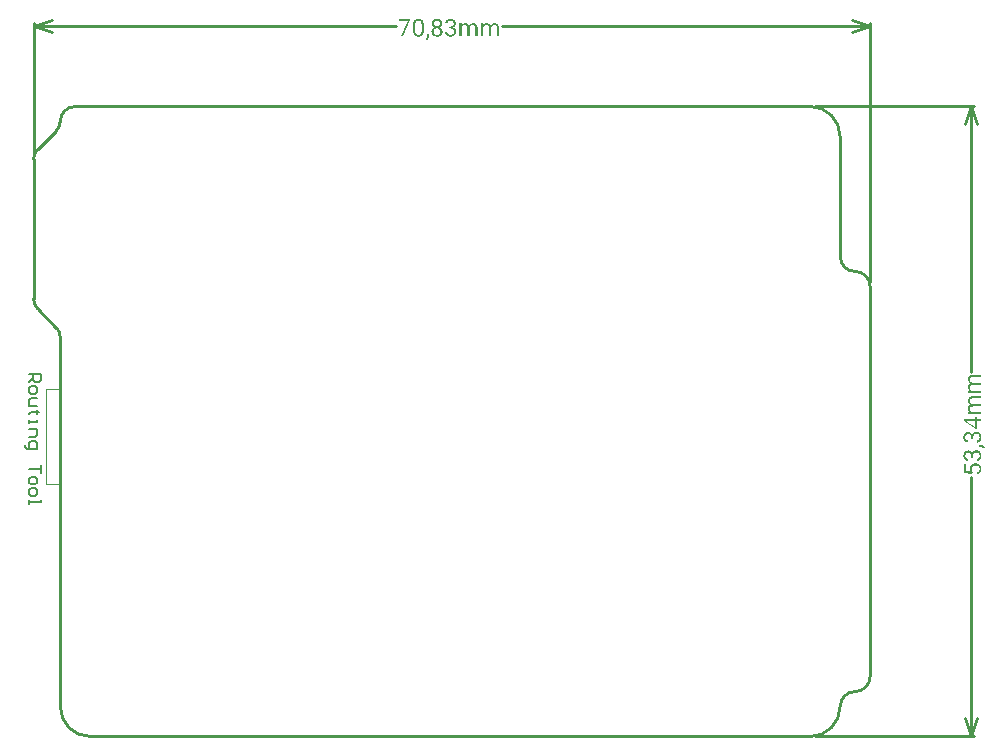
<source format=gm1>
G04 Layer_Color=16711935*
%FSLAX44Y44*%
%MOMM*%
G71*
G01*
G75*
%ADD56C,0.2000*%
%ADD81C,0.2540*%
%ADD85C,0.1000*%
G36*
X779740Y286189D02*
X772312D01*
X772104Y286166D01*
X771826Y286119D01*
X771548Y286050D01*
X771247Y285957D01*
X770970Y285819D01*
X770738Y285633D01*
X770715Y285610D01*
X770646Y285541D01*
X770553Y285402D01*
X770438Y285217D01*
X770322Y284962D01*
X770229Y284662D01*
X770160Y284291D01*
X770137Y283852D01*
Y283805D01*
Y283666D01*
X770160Y283481D01*
X770206Y283227D01*
X770299Y282949D01*
X770415Y282672D01*
X770576Y282371D01*
X770785Y282093D01*
X770808Y282070D01*
X770900Y281977D01*
X771039Y281862D01*
X771224Y281746D01*
X771456Y281607D01*
X771757Y281468D01*
X772081Y281376D01*
X772451Y281306D01*
X779740D01*
Y279409D01*
X772428D01*
X772312Y279386D01*
X772173Y279363D01*
X771988Y279339D01*
X771780Y279293D01*
X771571Y279201D01*
X771340Y279108D01*
X771109Y278992D01*
X770900Y278830D01*
X770692Y278645D01*
X770507Y278414D01*
X770368Y278136D01*
X770229Y277835D01*
X770160Y277465D01*
X770137Y277049D01*
Y277026D01*
Y276979D01*
Y276863D01*
X770160Y276748D01*
X770183Y276609D01*
X770229Y276424D01*
X770345Y276031D01*
X770415Y275822D01*
X770530Y275614D01*
X770646Y275406D01*
X770808Y275198D01*
X770993Y275012D01*
X771201Y274827D01*
X771456Y274665D01*
X771733Y274527D01*
X779740D01*
Y272652D01*
X768748D01*
Y274434D01*
X769975Y274480D01*
X769952Y274503D01*
X769905Y274527D01*
X769836Y274596D01*
X769743Y274712D01*
X769651Y274827D01*
X769512Y274966D01*
X769396Y275151D01*
X769258Y275336D01*
X769119Y275568D01*
X769003Y275799D01*
X768772Y276355D01*
X768679Y276678D01*
X768610Y277002D01*
X768563Y277373D01*
X768540Y277743D01*
Y277766D01*
Y277835D01*
Y277951D01*
X768563Y278113D01*
X768586Y278298D01*
X768633Y278530D01*
X768772Y279016D01*
X768864Y279270D01*
X768980Y279525D01*
X769119Y279802D01*
X769281Y280057D01*
X769489Y280288D01*
X769743Y280520D01*
X769998Y280728D01*
X770322Y280890D01*
X770276Y280913D01*
X770183Y280982D01*
X770044Y281098D01*
X769859Y281260D01*
X769674Y281468D01*
X769443Y281700D01*
X769234Y282001D01*
X769049Y282301D01*
X769026Y282348D01*
X768980Y282463D01*
X768887Y282648D01*
X768795Y282903D01*
X768702Y283204D01*
X768610Y283551D01*
X768563Y283944D01*
X768540Y284384D01*
Y284430D01*
Y284546D01*
X768563Y284731D01*
X768610Y284962D01*
X768656Y285240D01*
X768748Y285541D01*
X768864Y285865D01*
X769026Y286212D01*
X769234Y286559D01*
X769466Y286883D01*
X769790Y287184D01*
X770160Y287461D01*
X770600Y287716D01*
X771109Y287901D01*
X771710Y288017D01*
X772381Y288063D01*
X779740D01*
Y286189D01*
D02*
G37*
G36*
X776292Y268718D02*
X779740D01*
Y266821D01*
X776292D01*
Y260088D01*
X775204D01*
X764930Y266705D01*
Y268718D01*
X774765D01*
Y270778D01*
X776292D01*
Y268718D01*
D02*
G37*
G36*
X312241Y593501D02*
Y593455D01*
Y593316D01*
X312218Y593131D01*
X312172Y592876D01*
X312126Y592552D01*
X312033Y592205D01*
X311894Y591835D01*
X311732Y591465D01*
X311709Y591418D01*
X311640Y591303D01*
X311524Y591094D01*
X311385Y590863D01*
X311200Y590608D01*
X310992Y590331D01*
X310737Y590053D01*
X310460Y589799D01*
X309395Y590539D01*
X309418Y590562D01*
X309441Y590608D01*
X309488Y590678D01*
X309557Y590770D01*
X309627Y590886D01*
X309696Y591048D01*
X309881Y591395D01*
X310066Y591788D01*
X310228Y592251D01*
X310344Y592760D01*
X310390Y593269D01*
Y594982D01*
X312241D01*
Y593501D01*
D02*
G37*
G36*
X779740Y304446D02*
X772312D01*
X772104Y304423D01*
X771826Y304376D01*
X771548Y304307D01*
X771247Y304214D01*
X770970Y304076D01*
X770738Y303890D01*
X770715Y303867D01*
X770646Y303798D01*
X770553Y303659D01*
X770438Y303474D01*
X770322Y303219D01*
X770229Y302918D01*
X770160Y302548D01*
X770137Y302109D01*
Y302062D01*
Y301924D01*
X770160Y301738D01*
X770206Y301484D01*
X770299Y301206D01*
X770415Y300928D01*
X770576Y300628D01*
X770785Y300350D01*
X770808Y300327D01*
X770900Y300234D01*
X771039Y300119D01*
X771224Y300003D01*
X771456Y299864D01*
X771757Y299725D01*
X772081Y299633D01*
X772451Y299563D01*
X779740D01*
Y297666D01*
X772428D01*
X772312Y297643D01*
X772173Y297620D01*
X771988Y297596D01*
X771780Y297550D01*
X771571Y297458D01*
X771340Y297365D01*
X771109Y297249D01*
X770900Y297087D01*
X770692Y296902D01*
X770507Y296671D01*
X770368Y296393D01*
X770229Y296092D01*
X770160Y295722D01*
X770137Y295306D01*
Y295282D01*
Y295236D01*
Y295121D01*
X770160Y295005D01*
X770183Y294866D01*
X770229Y294681D01*
X770345Y294287D01*
X770415Y294079D01*
X770530Y293871D01*
X770646Y293663D01*
X770808Y293454D01*
X770993Y293269D01*
X771201Y293084D01*
X771456Y292922D01*
X771733Y292783D01*
X779740D01*
Y290909D01*
X768748D01*
Y292691D01*
X769975Y292737D01*
X769952Y292760D01*
X769905Y292783D01*
X769836Y292853D01*
X769743Y292969D01*
X769651Y293084D01*
X769512Y293223D01*
X769396Y293408D01*
X769258Y293593D01*
X769119Y293825D01*
X769003Y294056D01*
X768772Y294611D01*
X768679Y294935D01*
X768610Y295259D01*
X768563Y295630D01*
X768540Y296000D01*
Y296023D01*
Y296092D01*
Y296208D01*
X768563Y296370D01*
X768586Y296555D01*
X768633Y296787D01*
X768772Y297272D01*
X768864Y297527D01*
X768980Y297782D01*
X769119Y298059D01*
X769281Y298314D01*
X769489Y298545D01*
X769743Y298776D01*
X769998Y298985D01*
X770322Y299147D01*
X770276Y299170D01*
X770183Y299239D01*
X770044Y299355D01*
X769859Y299517D01*
X769674Y299725D01*
X769443Y299957D01*
X769234Y300257D01*
X769049Y300558D01*
X769026Y300605D01*
X768980Y300720D01*
X768887Y300905D01*
X768795Y301160D01*
X768702Y301461D01*
X768610Y301808D01*
X768563Y302201D01*
X768540Y302641D01*
Y302687D01*
Y302803D01*
X768563Y302988D01*
X768610Y303219D01*
X768656Y303497D01*
X768748Y303798D01*
X768864Y304122D01*
X769026Y304469D01*
X769234Y304816D01*
X769466Y305140D01*
X769790Y305441D01*
X770160Y305718D01*
X770600Y305973D01*
X771109Y306158D01*
X771710Y306274D01*
X772381Y306320D01*
X779740D01*
Y304446D01*
D02*
G37*
G36*
X775945Y242386D02*
X776107Y242363D01*
X776315Y242339D01*
X776755Y242247D01*
X777264Y242085D01*
X777796Y241854D01*
X778051Y241715D01*
X778305Y241553D01*
X778559Y241345D01*
X778791Y241113D01*
X778814Y241090D01*
X778837Y241044D01*
X778907Y240974D01*
X778976Y240882D01*
X779069Y240743D01*
X779161Y240604D01*
X779254Y240419D01*
X779369Y240211D01*
X779485Y239979D01*
X779578Y239725D01*
X779763Y239146D01*
X779902Y238475D01*
X779925Y238128D01*
X779948Y237735D01*
Y237712D01*
Y237642D01*
Y237527D01*
X779925Y237388D01*
Y237203D01*
X779878Y237017D01*
X779855Y236786D01*
X779809Y236532D01*
X779670Y235999D01*
X779485Y235421D01*
X779207Y234865D01*
X779022Y234588D01*
X778837Y234333D01*
X778814Y234310D01*
X778791Y234287D01*
X778721Y234218D01*
X778629Y234125D01*
X778513Y234032D01*
X778374Y233917D01*
X778027Y233685D01*
X777611Y233454D01*
X777102Y233246D01*
X776500Y233084D01*
X776199Y233061D01*
X775852Y233037D01*
Y234935D01*
X775899D01*
X776037Y234958D01*
X776269Y234981D01*
X776523Y235028D01*
X776824Y235120D01*
X777148Y235259D01*
X777449Y235421D01*
X777727Y235675D01*
X777750Y235722D01*
X777842Y235814D01*
X777935Y235976D01*
X778074Y236231D01*
X778189Y236508D01*
X778305Y236879D01*
X778398Y237272D01*
X778421Y237735D01*
Y237758D01*
Y237804D01*
Y237874D01*
X778398Y237966D01*
X778374Y238198D01*
X778328Y238498D01*
X778259Y238846D01*
X778120Y239193D01*
X777958Y239517D01*
X777727Y239817D01*
X777703Y239841D01*
X777588Y239933D01*
X777426Y240049D01*
X777194Y240188D01*
X776917Y240303D01*
X776546Y240419D01*
X776130Y240511D01*
X775667Y240535D01*
X775459D01*
X775228Y240488D01*
X774927Y240442D01*
X774603Y240350D01*
X774279Y240211D01*
X773955Y240002D01*
X773677Y239748D01*
X773654Y239702D01*
X773561Y239609D01*
X773446Y239424D01*
X773307Y239169D01*
X773191Y238846D01*
X773052Y238452D01*
X772983Y237989D01*
X772937Y237457D01*
Y236046D01*
X771410D01*
Y237457D01*
Y237480D01*
Y237527D01*
Y237596D01*
Y237689D01*
X771363Y237920D01*
X771317Y238221D01*
X771247Y238545D01*
X771132Y238892D01*
X770970Y239239D01*
X770738Y239540D01*
X770715Y239563D01*
X770600Y239655D01*
X770461Y239771D01*
X770253Y239933D01*
X769975Y240072D01*
X769674Y240188D01*
X769304Y240280D01*
X768887Y240303D01*
X768772D01*
X768656Y240280D01*
X768471Y240257D01*
X768286Y240234D01*
X768054Y240164D01*
X767823Y240095D01*
X767568Y239979D01*
X767337Y239841D01*
X767105Y239678D01*
X766874Y239470D01*
X766689Y239216D01*
X766504Y238915D01*
X766388Y238568D01*
X766296Y238174D01*
X766273Y237712D01*
Y237689D01*
Y237665D01*
Y237596D01*
Y237503D01*
X766319Y237295D01*
X766365Y237017D01*
X766458Y236717D01*
X766573Y236393D01*
X766758Y236069D01*
X766990Y235768D01*
X767013Y235745D01*
X767105Y235652D01*
X767268Y235537D01*
X767476Y235421D01*
X767730Y235282D01*
X768054Y235166D01*
X768425Y235074D01*
X768818Y235051D01*
Y233176D01*
X768656D01*
X768517Y233200D01*
X768378Y233223D01*
X768193Y233246D01*
X767800Y233338D01*
X767337Y233477D01*
X766851Y233708D01*
X766597Y233871D01*
X766365Y234032D01*
X766134Y234218D01*
X765902Y234449D01*
X765879Y234472D01*
X765856Y234518D01*
X765787Y234588D01*
X765717Y234680D01*
X765625Y234819D01*
X765532Y234958D01*
X765416Y235143D01*
X765301Y235351D01*
X765092Y235814D01*
X764907Y236370D01*
X764768Y237017D01*
X764745Y237341D01*
X764722Y237712D01*
Y237735D01*
Y237804D01*
Y237920D01*
X764745Y238059D01*
Y238244D01*
X764768Y238452D01*
X764861Y238915D01*
X765000Y239447D01*
X765185Y239979D01*
X765463Y240511D01*
X765648Y240766D01*
X765833Y240998D01*
X765856Y241021D01*
X765879Y241044D01*
X765949Y241113D01*
X766041Y241183D01*
X766157Y241275D01*
X766296Y241368D01*
X766458Y241483D01*
X766643Y241599D01*
X767082Y241831D01*
X767591Y242016D01*
X768216Y242154D01*
X768540Y242178D01*
X768910Y242201D01*
X769072D01*
X769258Y242178D01*
X769512Y242131D01*
X769790Y242039D01*
X770114Y241946D01*
X770438Y241784D01*
X770785Y241576D01*
X770831Y241553D01*
X770923Y241460D01*
X771086Y241321D01*
X771294Y241136D01*
X771525Y240882D01*
X771733Y240581D01*
X771965Y240257D01*
X772150Y239864D01*
Y239887D01*
X772173Y239910D01*
X772196Y239979D01*
X772219Y240072D01*
X772312Y240280D01*
X772451Y240558D01*
X772613Y240859D01*
X772844Y241183D01*
X773099Y241483D01*
X773423Y241738D01*
X773469Y241761D01*
X773585Y241854D01*
X773770Y241946D01*
X774024Y242085D01*
X774348Y242201D01*
X774718Y242316D01*
X775158Y242386D01*
X775621Y242409D01*
X775806D01*
X775945Y242386D01*
D02*
G37*
G36*
X775413Y231233D02*
X775621Y231210D01*
X775829Y231186D01*
X776084Y231163D01*
X776361Y231094D01*
X776940Y230955D01*
X777541Y230724D01*
X777819Y230585D01*
X778120Y230423D01*
X778398Y230238D01*
X778652Y230006D01*
X778675Y229983D01*
X778698Y229960D01*
X778768Y229890D01*
X778860Y229775D01*
X778953Y229659D01*
X779069Y229497D01*
X779184Y229335D01*
X779300Y229127D01*
X779416Y228896D01*
X779531Y228641D01*
X779647Y228340D01*
X779740Y228039D01*
X779832Y227715D01*
X779902Y227368D01*
X779925Y226975D01*
X779948Y226582D01*
Y226558D01*
Y226489D01*
Y226397D01*
X779925Y226258D01*
Y226096D01*
X779878Y225887D01*
X779809Y225448D01*
X779670Y224939D01*
X779485Y224407D01*
X779207Y223874D01*
X779045Y223597D01*
X778860Y223365D01*
X778837Y223342D01*
X778814Y223319D01*
X778745Y223249D01*
X778652Y223180D01*
X778559Y223064D01*
X778421Y222972D01*
X778259Y222856D01*
X778074Y222740D01*
X777657Y222486D01*
X777125Y222255D01*
X776523Y222069D01*
X776199Y222000D01*
X775852Y221954D01*
Y223736D01*
X775899D01*
X775968Y223759D01*
X776060Y223782D01*
X776292Y223828D01*
X776570Y223921D01*
X776893Y224036D01*
X777217Y224198D01*
X777518Y224383D01*
X777796Y224638D01*
X777819Y224684D01*
X777888Y224777D01*
X778004Y224939D01*
X778097Y225170D01*
X778212Y225448D01*
X778328Y225772D01*
X778398Y226142D01*
X778421Y226582D01*
Y226605D01*
Y226651D01*
Y226697D01*
X778398Y226790D01*
X778374Y227021D01*
X778305Y227322D01*
X778212Y227646D01*
X778051Y227993D01*
X777842Y228317D01*
X777541Y228618D01*
X777495Y228641D01*
X777379Y228734D01*
X777171Y228849D01*
X776893Y229011D01*
X776546Y229150D01*
X776107Y229266D01*
X775621Y229358D01*
X775066Y229382D01*
X774927D01*
X774811Y229358D01*
X774533Y229335D01*
X774209Y229289D01*
X773816Y229173D01*
X773423Y229034D01*
X773029Y228849D01*
X772659Y228572D01*
X772613Y228525D01*
X772520Y228433D01*
X772381Y228248D01*
X772196Y227993D01*
X772034Y227692D01*
X771895Y227322D01*
X771803Y226906D01*
X771757Y226420D01*
Y226397D01*
Y226373D01*
Y226304D01*
Y226211D01*
X771780Y226003D01*
X771826Y225725D01*
X771895Y225401D01*
X771988Y225101D01*
X772127Y224777D01*
X772312Y224499D01*
X772705Y223990D01*
X772335Y222486D01*
X764930Y223249D01*
Y230816D01*
X766666D01*
Y224846D01*
X770715Y224383D01*
Y224407D01*
X770692Y224430D01*
X770646Y224499D01*
X770623Y224569D01*
X770507Y224800D01*
X770391Y225101D01*
X770276Y225471D01*
X770160Y225887D01*
X770090Y226350D01*
X770067Y226859D01*
Y226882D01*
Y226952D01*
Y227044D01*
X770090Y227183D01*
X770114Y227368D01*
X770137Y227554D01*
X770229Y228016D01*
X770391Y228525D01*
X770507Y228780D01*
X770623Y229058D01*
X770785Y229312D01*
X770970Y229567D01*
X771178Y229821D01*
X771410Y230053D01*
X771433Y230076D01*
X771479Y230099D01*
X771548Y230168D01*
X771664Y230238D01*
X771780Y230330D01*
X771965Y230423D01*
X772150Y230539D01*
X772358Y230654D01*
X772613Y230770D01*
X772890Y230886D01*
X773191Y230978D01*
X773515Y231071D01*
X773862Y231140D01*
X774232Y231210D01*
X774626Y231233D01*
X775042Y231256D01*
X775251D01*
X775413Y231233D01*
D02*
G37*
G36*
X775945Y258167D02*
X776107Y258144D01*
X776315Y258121D01*
X776755Y258028D01*
X777264Y257866D01*
X777796Y257635D01*
X778051Y257496D01*
X778305Y257334D01*
X778559Y257126D01*
X778791Y256894D01*
X778814Y256871D01*
X778837Y256825D01*
X778907Y256755D01*
X778976Y256663D01*
X779069Y256524D01*
X779161Y256385D01*
X779254Y256200D01*
X779369Y255992D01*
X779485Y255760D01*
X779578Y255506D01*
X779763Y254927D01*
X779902Y254256D01*
X779925Y253909D01*
X779948Y253516D01*
Y253493D01*
Y253423D01*
Y253308D01*
X779925Y253169D01*
Y252984D01*
X779878Y252799D01*
X779855Y252567D01*
X779809Y252313D01*
X779670Y251780D01*
X779485Y251202D01*
X779207Y250647D01*
X779022Y250369D01*
X778837Y250114D01*
X778814Y250091D01*
X778791Y250068D01*
X778721Y249999D01*
X778629Y249906D01*
X778513Y249814D01*
X778374Y249698D01*
X778027Y249466D01*
X777611Y249235D01*
X777102Y249027D01*
X776500Y248865D01*
X776199Y248842D01*
X775852Y248819D01*
Y250716D01*
X775899D01*
X776037Y250739D01*
X776269Y250762D01*
X776523Y250809D01*
X776824Y250901D01*
X777148Y251040D01*
X777449Y251202D01*
X777727Y251457D01*
X777750Y251503D01*
X777842Y251595D01*
X777935Y251757D01*
X778074Y252012D01*
X778189Y252290D01*
X778305Y252660D01*
X778398Y253053D01*
X778421Y253516D01*
Y253539D01*
Y253585D01*
Y253655D01*
X778398Y253747D01*
X778374Y253979D01*
X778328Y254279D01*
X778259Y254627D01*
X778120Y254974D01*
X777958Y255298D01*
X777727Y255598D01*
X777703Y255622D01*
X777588Y255714D01*
X777426Y255830D01*
X777194Y255969D01*
X776917Y256084D01*
X776546Y256200D01*
X776130Y256293D01*
X775667Y256316D01*
X775459D01*
X775228Y256269D01*
X774927Y256223D01*
X774603Y256131D01*
X774279Y255992D01*
X773955Y255784D01*
X773677Y255529D01*
X773654Y255483D01*
X773561Y255390D01*
X773446Y255205D01*
X773307Y254951D01*
X773191Y254627D01*
X773052Y254233D01*
X772983Y253770D01*
X772937Y253238D01*
Y251827D01*
X771410D01*
Y253238D01*
Y253261D01*
Y253308D01*
Y253377D01*
Y253470D01*
X771363Y253701D01*
X771317Y254002D01*
X771247Y254326D01*
X771132Y254673D01*
X770970Y255020D01*
X770738Y255321D01*
X770715Y255344D01*
X770600Y255436D01*
X770461Y255552D01*
X770253Y255714D01*
X769975Y255853D01*
X769674Y255969D01*
X769304Y256061D01*
X768887Y256084D01*
X768772D01*
X768656Y256061D01*
X768471Y256038D01*
X768286Y256015D01*
X768054Y255945D01*
X767823Y255876D01*
X767568Y255760D01*
X767337Y255622D01*
X767105Y255460D01*
X766874Y255251D01*
X766689Y254997D01*
X766504Y254696D01*
X766388Y254349D01*
X766296Y253955D01*
X766273Y253493D01*
Y253470D01*
Y253447D01*
Y253377D01*
Y253284D01*
X766319Y253076D01*
X766365Y252799D01*
X766458Y252498D01*
X766573Y252174D01*
X766758Y251850D01*
X766990Y251549D01*
X767013Y251526D01*
X767105Y251433D01*
X767268Y251318D01*
X767476Y251202D01*
X767730Y251063D01*
X768054Y250947D01*
X768425Y250855D01*
X768818Y250832D01*
Y248957D01*
X768656D01*
X768517Y248981D01*
X768378Y249004D01*
X768193Y249027D01*
X767800Y249119D01*
X767337Y249258D01*
X766851Y249490D01*
X766597Y249652D01*
X766365Y249814D01*
X766134Y249999D01*
X765902Y250230D01*
X765879Y250253D01*
X765856Y250299D01*
X765787Y250369D01*
X765717Y250462D01*
X765625Y250600D01*
X765532Y250739D01*
X765416Y250924D01*
X765301Y251133D01*
X765092Y251595D01*
X764907Y252151D01*
X764768Y252799D01*
X764745Y253123D01*
X764722Y253493D01*
Y253516D01*
Y253585D01*
Y253701D01*
X764745Y253840D01*
Y254025D01*
X764768Y254233D01*
X764861Y254696D01*
X765000Y255228D01*
X765185Y255760D01*
X765463Y256293D01*
X765648Y256547D01*
X765833Y256779D01*
X765856Y256802D01*
X765879Y256825D01*
X765949Y256894D01*
X766041Y256964D01*
X766157Y257056D01*
X766296Y257149D01*
X766458Y257264D01*
X766643Y257380D01*
X767082Y257612D01*
X767591Y257797D01*
X768216Y257936D01*
X768540Y257959D01*
X768910Y257982D01*
X769072D01*
X769258Y257959D01*
X769512Y257912D01*
X769790Y257820D01*
X770114Y257727D01*
X770438Y257565D01*
X770785Y257357D01*
X770831Y257334D01*
X770923Y257241D01*
X771086Y257103D01*
X771294Y256917D01*
X771525Y256663D01*
X771733Y256362D01*
X771965Y256038D01*
X772150Y255645D01*
Y255668D01*
X772173Y255691D01*
X772196Y255760D01*
X772219Y255853D01*
X772312Y256061D01*
X772451Y256339D01*
X772613Y256640D01*
X772844Y256964D01*
X773099Y257264D01*
X773423Y257519D01*
X773469Y257542D01*
X773585Y257635D01*
X773770Y257727D01*
X774024Y257866D01*
X774348Y257982D01*
X774718Y258097D01*
X775158Y258167D01*
X775621Y258190D01*
X775806D01*
X775945Y258167D01*
D02*
G37*
G36*
X779369Y246875D02*
X779624Y246829D01*
X779948Y246782D01*
X780295Y246690D01*
X780665Y246551D01*
X781035Y246389D01*
X781082Y246366D01*
X781197Y246296D01*
X781406Y246181D01*
X781637Y246042D01*
X781892Y245857D01*
X782169Y245648D01*
X782447Y245394D01*
X782701Y245116D01*
X781961Y244052D01*
X781938Y244075D01*
X781892Y244098D01*
X781822Y244144D01*
X781730Y244214D01*
X781614Y244283D01*
X781452Y244353D01*
X781105Y244538D01*
X780712Y244723D01*
X780249Y244885D01*
X779740Y245001D01*
X779231Y245047D01*
X777518D01*
Y246898D01*
X779184D01*
X779369Y246875D01*
D02*
G37*
G36*
X303657Y607755D02*
X303842Y607732D01*
X304073Y607685D01*
X304328Y607639D01*
X304605Y607593D01*
X305161Y607408D01*
X305462Y607269D01*
X305762Y607130D01*
X306040Y606945D01*
X306294Y606737D01*
X306549Y606505D01*
X306780Y606227D01*
X306804Y606204D01*
X306827Y606158D01*
X306896Y606065D01*
X306966Y605950D01*
X307035Y605788D01*
X307151Y605580D01*
X307243Y605348D01*
X307359Y605070D01*
X307451Y604747D01*
X307567Y604399D01*
X307660Y604006D01*
X307752Y603590D01*
X307822Y603127D01*
X307891Y602618D01*
X307914Y602085D01*
X307937Y601507D01*
Y599054D01*
Y599008D01*
Y598915D01*
Y598730D01*
X307914Y598522D01*
Y598244D01*
X307868Y597920D01*
X307845Y597573D01*
X307799Y597203D01*
X307660Y596393D01*
X307451Y595583D01*
X307336Y595190D01*
X307174Y594820D01*
X307012Y594473D01*
X306804Y594149D01*
X306780Y594126D01*
X306757Y594079D01*
X306688Y594010D01*
X306595Y593894D01*
X306480Y593778D01*
X306318Y593640D01*
X306133Y593501D01*
X305947Y593362D01*
X305716Y593200D01*
X305438Y593061D01*
X305161Y592922D01*
X304837Y592807D01*
X304490Y592691D01*
X304119Y592621D01*
X303726Y592575D01*
X303286Y592552D01*
X303055D01*
X302893Y592575D01*
X302708Y592598D01*
X302477Y592645D01*
X302222Y592691D01*
X301944Y592737D01*
X301389Y592922D01*
X301088Y593061D01*
X300787Y593200D01*
X300510Y593385D01*
X300255Y593593D01*
X300001Y593825D01*
X299769Y594102D01*
X299746Y594126D01*
X299723Y594172D01*
X299653Y594264D01*
X299584Y594403D01*
X299515Y594565D01*
X299399Y594773D01*
X299306Y595005D01*
X299191Y595283D01*
X299098Y595583D01*
X298982Y595930D01*
X298890Y596324D01*
X298797Y596740D01*
X298705Y597203D01*
X298659Y597712D01*
X298612Y598244D01*
X298589Y598800D01*
Y601322D01*
Y601368D01*
Y601461D01*
Y601623D01*
X298612Y601854D01*
X298635Y602132D01*
X298659Y602433D01*
X298682Y602780D01*
X298728Y603150D01*
X298867Y603937D01*
X299075Y604747D01*
X299191Y605140D01*
X299353Y605510D01*
X299515Y605857D01*
X299723Y606181D01*
X299746Y606204D01*
X299769Y606251D01*
X299839Y606320D01*
X299931Y606436D01*
X300070Y606551D01*
X300209Y606690D01*
X300394Y606829D01*
X300602Y606991D01*
X300834Y607130D01*
X301088Y607269D01*
X301366Y607408D01*
X301690Y607523D01*
X302037Y607639D01*
X302430Y607708D01*
X302824Y607755D01*
X303263Y607778D01*
X303495D01*
X303657Y607755D01*
D02*
G37*
G36*
X350074Y603937D02*
X350306Y603890D01*
X350583Y603844D01*
X350884Y603752D01*
X351208Y603636D01*
X351555Y603474D01*
X351902Y603266D01*
X352226Y603034D01*
X352527Y602710D01*
X352805Y602340D01*
X353059Y601900D01*
X353244Y601391D01*
X353360Y600790D01*
X353406Y600119D01*
Y592760D01*
X351532D01*
Y600003D01*
Y600026D01*
Y600049D01*
Y600188D01*
X351509Y600396D01*
X351463Y600674D01*
X351393Y600952D01*
X351301Y601253D01*
X351162Y601530D01*
X350977Y601762D01*
X350953Y601785D01*
X350884Y601854D01*
X350745Y601947D01*
X350560Y602062D01*
X350306Y602178D01*
X350005Y602271D01*
X349635Y602340D01*
X349195Y602363D01*
X349010D01*
X348825Y602340D01*
X348570Y602294D01*
X348293Y602201D01*
X348015Y602085D01*
X347714Y601924D01*
X347436Y601715D01*
X347413Y601692D01*
X347321Y601600D01*
X347205Y601461D01*
X347089Y601276D01*
X346950Y601044D01*
X346812Y600743D01*
X346719Y600420D01*
X346650Y600049D01*
Y592760D01*
X344752D01*
Y599957D01*
Y599980D01*
Y600072D01*
X344729Y600188D01*
X344706Y600327D01*
X344683Y600512D01*
X344636Y600720D01*
X344544Y600929D01*
X344451Y601160D01*
X344336Y601391D01*
X344174Y601600D01*
X343989Y601808D01*
X343757Y601993D01*
X343479Y602132D01*
X343179Y602271D01*
X342808Y602340D01*
X342392Y602363D01*
X342207D01*
X342091Y602340D01*
X341952Y602317D01*
X341767Y602271D01*
X341374Y602155D01*
X341166Y602085D01*
X340957Y601970D01*
X340749Y601854D01*
X340541Y601692D01*
X340356Y601507D01*
X340171Y601299D01*
X340009Y601044D01*
X339870Y600767D01*
Y592760D01*
X337995D01*
Y603752D01*
X339777D01*
X339823Y602525D01*
X339847Y602548D01*
X339870Y602595D01*
X339939Y602664D01*
X340055Y602757D01*
X340171Y602849D01*
X340309Y602988D01*
X340494Y603104D01*
X340680Y603242D01*
X340911Y603381D01*
X341142Y603497D01*
X341698Y603728D01*
X342022Y603821D01*
X342346Y603890D01*
X342716Y603937D01*
X343086Y603960D01*
X343294D01*
X343456Y603937D01*
X343642Y603913D01*
X343873Y603867D01*
X344359Y603728D01*
X344613Y603636D01*
X344868Y603520D01*
X345145Y603381D01*
X345400Y603219D01*
X345631Y603011D01*
X345863Y602757D01*
X346071Y602502D01*
X346233Y602178D01*
X346256Y602224D01*
X346326Y602317D01*
X346441Y602456D01*
X346603Y602641D01*
X346812Y602826D01*
X347043Y603057D01*
X347344Y603266D01*
X347645Y603451D01*
X347691Y603474D01*
X347807Y603520D01*
X347992Y603613D01*
X348246Y603705D01*
X348547Y603798D01*
X348894Y603890D01*
X349287Y603937D01*
X349727Y603960D01*
X349889D01*
X350074Y603937D01*
D02*
G37*
G36*
X330868Y607755D02*
X331054D01*
X331262Y607732D01*
X331725Y607639D01*
X332257Y607500D01*
X332789Y607315D01*
X333321Y607037D01*
X333576Y606852D01*
X333807Y606667D01*
X333830Y606644D01*
X333853Y606621D01*
X333923Y606551D01*
X333992Y606459D01*
X334085Y606343D01*
X334178Y606204D01*
X334293Y606042D01*
X334409Y605857D01*
X334640Y605418D01*
X334825Y604908D01*
X334964Y604284D01*
X334987Y603960D01*
X335010Y603590D01*
Y603543D01*
Y603428D01*
X334987Y603242D01*
X334941Y602988D01*
X334849Y602710D01*
X334756Y602386D01*
X334594Y602062D01*
X334386Y601715D01*
X334363Y601669D01*
X334270Y601576D01*
X334131Y601414D01*
X333946Y601206D01*
X333691Y600975D01*
X333391Y600767D01*
X333067Y600535D01*
X332673Y600350D01*
X332696D01*
X332720Y600327D01*
X332789Y600304D01*
X332882Y600281D01*
X333090Y600188D01*
X333368Y600049D01*
X333668Y599887D01*
X333992Y599656D01*
X334293Y599401D01*
X334548Y599077D01*
X334571Y599031D01*
X334663Y598915D01*
X334756Y598730D01*
X334895Y598476D01*
X335010Y598152D01*
X335126Y597782D01*
X335196Y597342D01*
X335219Y596879D01*
Y596856D01*
Y596787D01*
Y596694D01*
X335196Y596555D01*
X335173Y596393D01*
X335149Y596185D01*
X335057Y595745D01*
X334895Y595236D01*
X334663Y594704D01*
X334525Y594450D01*
X334363Y594195D01*
X334154Y593941D01*
X333923Y593709D01*
X333900Y593686D01*
X333853Y593663D01*
X333784Y593593D01*
X333691Y593524D01*
X333553Y593431D01*
X333414Y593339D01*
X333229Y593246D01*
X333021Y593131D01*
X332789Y593015D01*
X332535Y592922D01*
X331956Y592737D01*
X331285Y592598D01*
X330938Y592575D01*
X330545Y592552D01*
X330336D01*
X330197Y592575D01*
X330012D01*
X329827Y592621D01*
X329596Y592645D01*
X329341Y592691D01*
X328809Y592830D01*
X328231Y593015D01*
X327675Y593293D01*
X327398Y593478D01*
X327143Y593663D01*
X327120Y593686D01*
X327097Y593709D01*
X327027Y593778D01*
X326935Y593871D01*
X326842Y593987D01*
X326727Y594126D01*
X326495Y594473D01*
X326264Y594889D01*
X326055Y595398D01*
X325894Y596000D01*
X325870Y596301D01*
X325847Y596648D01*
X327745D01*
Y596625D01*
Y596601D01*
X327768Y596463D01*
X327791Y596231D01*
X327837Y595977D01*
X327930Y595676D01*
X328069Y595352D01*
X328231Y595051D01*
X328485Y594773D01*
X328531Y594750D01*
X328624Y594658D01*
X328786Y594565D01*
X329040Y594426D01*
X329318Y594311D01*
X329688Y594195D01*
X330082Y594102D01*
X330545Y594079D01*
X330683D01*
X330776Y594102D01*
X331007Y594126D01*
X331308Y594172D01*
X331655Y594241D01*
X332002Y594380D01*
X332326Y594542D01*
X332627Y594773D01*
X332650Y594797D01*
X332743Y594912D01*
X332859Y595074D01*
X332997Y595306D01*
X333113Y595583D01*
X333229Y595954D01*
X333321Y596370D01*
X333344Y596833D01*
Y596856D01*
Y596879D01*
Y596949D01*
Y597041D01*
X333298Y597272D01*
X333252Y597573D01*
X333159Y597897D01*
X333021Y598221D01*
X332812Y598545D01*
X332558Y598823D01*
X332511Y598846D01*
X332419Y598939D01*
X332234Y599054D01*
X331979Y599193D01*
X331655Y599309D01*
X331262Y599448D01*
X330799Y599517D01*
X330267Y599563D01*
X328855D01*
Y601091D01*
X330498D01*
X330730Y601137D01*
X331031Y601183D01*
X331354Y601253D01*
X331702Y601368D01*
X332049Y601530D01*
X332349Y601762D01*
X332373Y601785D01*
X332465Y601900D01*
X332581Y602039D01*
X332743Y602248D01*
X332882Y602525D01*
X332997Y602826D01*
X333090Y603196D01*
X333113Y603613D01*
Y603636D01*
Y603728D01*
X333090Y603844D01*
X333067Y604029D01*
X333044Y604214D01*
X332974Y604446D01*
X332905Y604677D01*
X332789Y604932D01*
X332650Y605163D01*
X332488Y605395D01*
X332280Y605626D01*
X332025Y605811D01*
X331725Y605996D01*
X331378Y606112D01*
X330984Y606204D01*
X330521Y606227D01*
X330313D01*
X330105Y606181D01*
X329827Y606135D01*
X329526Y606042D01*
X329202Y605927D01*
X328879Y605742D01*
X328578Y605510D01*
X328555Y605487D01*
X328462Y605395D01*
X328346Y605233D01*
X328231Y605024D01*
X328092Y604770D01*
X327976Y604446D01*
X327883Y604076D01*
X327860Y603682D01*
X325986D01*
Y603705D01*
Y603752D01*
Y603844D01*
X326009Y603983D01*
X326032Y604122D01*
X326055Y604307D01*
X326148Y604700D01*
X326287Y605163D01*
X326518Y605649D01*
X326680Y605904D01*
X326842Y606135D01*
X327027Y606366D01*
X327259Y606598D01*
X327282Y606621D01*
X327328Y606644D01*
X327398Y606713D01*
X327490Y606783D01*
X327629Y606875D01*
X327768Y606968D01*
X327953Y607084D01*
X328161Y607199D01*
X328624Y607408D01*
X329179Y607593D01*
X329827Y607732D01*
X330151Y607755D01*
X330521Y607778D01*
X330730D01*
X330868Y607755D01*
D02*
G37*
G36*
X368331Y603937D02*
X368563Y603890D01*
X368840Y603844D01*
X369141Y603752D01*
X369465Y603636D01*
X369812Y603474D01*
X370159Y603266D01*
X370483Y603034D01*
X370784Y602710D01*
X371062Y602340D01*
X371316Y601900D01*
X371501Y601391D01*
X371617Y600790D01*
X371663Y600119D01*
Y592760D01*
X369789D01*
Y600003D01*
Y600026D01*
Y600049D01*
Y600188D01*
X369766Y600396D01*
X369720Y600674D01*
X369650Y600952D01*
X369558Y601253D01*
X369419Y601530D01*
X369234Y601762D01*
X369211Y601785D01*
X369141Y601854D01*
X369002Y601947D01*
X368817Y602062D01*
X368563Y602178D01*
X368262Y602271D01*
X367892Y602340D01*
X367452Y602363D01*
X367267D01*
X367082Y602340D01*
X366827Y602294D01*
X366549Y602201D01*
X366272Y602085D01*
X365971Y601924D01*
X365693Y601715D01*
X365670Y601692D01*
X365578Y601600D01*
X365462Y601461D01*
X365346Y601276D01*
X365207Y601044D01*
X365069Y600743D01*
X364976Y600420D01*
X364907Y600049D01*
Y592760D01*
X363009D01*
Y599957D01*
Y599980D01*
Y600072D01*
X362986Y600188D01*
X362963Y600327D01*
X362940Y600512D01*
X362893Y600720D01*
X362801Y600929D01*
X362708Y601160D01*
X362593Y601391D01*
X362431Y601600D01*
X362246Y601808D01*
X362014Y601993D01*
X361736Y602132D01*
X361436Y602271D01*
X361065Y602340D01*
X360649Y602363D01*
X360464D01*
X360348Y602340D01*
X360209Y602317D01*
X360024Y602271D01*
X359631Y602155D01*
X359422Y602085D01*
X359214Y601970D01*
X359006Y601854D01*
X358798Y601692D01*
X358613Y601507D01*
X358428Y601299D01*
X358266Y601044D01*
X358127Y600767D01*
Y592760D01*
X356252D01*
Y603752D01*
X358034D01*
X358080Y602525D01*
X358104Y602548D01*
X358127Y602595D01*
X358196Y602664D01*
X358312Y602757D01*
X358428Y602849D01*
X358566Y602988D01*
X358751Y603104D01*
X358937Y603242D01*
X359168Y603381D01*
X359399Y603497D01*
X359955Y603728D01*
X360279Y603821D01*
X360603Y603890D01*
X360973Y603937D01*
X361343Y603960D01*
X361551D01*
X361713Y603937D01*
X361898Y603913D01*
X362130Y603867D01*
X362616Y603728D01*
X362870Y603636D01*
X363125Y603520D01*
X363402Y603381D01*
X363657Y603219D01*
X363889Y603011D01*
X364120Y602757D01*
X364328Y602502D01*
X364490Y602178D01*
X364513Y602224D01*
X364583Y602317D01*
X364698Y602456D01*
X364860Y602641D01*
X365069Y602826D01*
X365300Y603057D01*
X365601Y603266D01*
X365902Y603451D01*
X365948Y603474D01*
X366064Y603520D01*
X366249Y603613D01*
X366503Y603705D01*
X366804Y603798D01*
X367151Y603890D01*
X367545Y603937D01*
X367984Y603960D01*
X368146D01*
X368331Y603937D01*
D02*
G37*
G36*
X319368Y607755D02*
X319530D01*
X319739Y607732D01*
X320178Y607639D01*
X320687Y607500D01*
X321219Y607315D01*
X321729Y607037D01*
X321983Y606852D01*
X322214Y606667D01*
X322238Y606644D01*
X322261Y606621D01*
X322330Y606551D01*
X322399Y606459D01*
X322492Y606366D01*
X322585Y606227D01*
X322816Y605880D01*
X323047Y605464D01*
X323232Y604955D01*
X323371Y604376D01*
X323395Y604052D01*
X323418Y603705D01*
Y603682D01*
Y603659D01*
Y603520D01*
X323395Y603312D01*
X323348Y603034D01*
X323279Y602733D01*
X323163Y602410D01*
X323024Y602062D01*
X322816Y601715D01*
X322793Y601669D01*
X322700Y601576D01*
X322585Y601414D01*
X322399Y601229D01*
X322168Y601021D01*
X321914Y600790D01*
X321590Y600582D01*
X321242Y600373D01*
X321266D01*
X321289Y600350D01*
X321428Y600281D01*
X321636Y600165D01*
X321914Y600003D01*
X322191Y599795D01*
X322492Y599540D01*
X322793Y599263D01*
X323071Y598915D01*
X323094Y598869D01*
X323186Y598754D01*
X323302Y598545D01*
X323418Y598291D01*
X323557Y597967D01*
X323649Y597597D01*
X323742Y597180D01*
X323765Y596740D01*
Y596717D01*
Y596648D01*
Y596555D01*
X323742Y596416D01*
X323718Y596254D01*
X323695Y596069D01*
X323603Y595630D01*
X323441Y595144D01*
X323209Y594635D01*
X323071Y594380D01*
X322909Y594149D01*
X322700Y593917D01*
X322469Y593686D01*
X322446Y593663D01*
X322399Y593640D01*
X322330Y593593D01*
X322238Y593501D01*
X322099Y593431D01*
X321937Y593339D01*
X321775Y593223D01*
X321567Y593131D01*
X321312Y593015D01*
X321057Y592922D01*
X320780Y592807D01*
X320479Y592737D01*
X319808Y592598D01*
X319438Y592575D01*
X319044Y592552D01*
X318836D01*
X318697Y592575D01*
X318512Y592598D01*
X318304Y592621D01*
X318072Y592645D01*
X317818Y592691D01*
X317263Y592830D01*
X316707Y593038D01*
X316406Y593154D01*
X316129Y593316D01*
X315874Y593478D01*
X315620Y593686D01*
X315597Y593709D01*
X315573Y593732D01*
X315504Y593802D01*
X315411Y593894D01*
X315319Y594010D01*
X315226Y594149D01*
X315111Y594311D01*
X314995Y594496D01*
X314740Y594935D01*
X314555Y595468D01*
X314393Y596069D01*
X314370Y596393D01*
X314347Y596740D01*
Y596763D01*
Y596787D01*
Y596856D01*
Y596949D01*
X314393Y597180D01*
X314440Y597458D01*
X314509Y597805D01*
X314625Y598175D01*
X314787Y598545D01*
X314995Y598915D01*
X315018Y598962D01*
X315111Y599077D01*
X315273Y599239D01*
X315458Y599471D01*
X315735Y599702D01*
X316036Y599934D01*
X316406Y600165D01*
X316823Y600373D01*
X316777Y600396D01*
X316661Y600466D01*
X316476Y600582D01*
X316244Y600743D01*
X316013Y600929D01*
X315735Y601160D01*
X315481Y601438D01*
X315249Y601738D01*
X315226Y601785D01*
X315157Y601900D01*
X315064Y602062D01*
X314972Y602317D01*
X314879Y602595D01*
X314787Y602942D01*
X314717Y603312D01*
X314694Y603705D01*
Y603728D01*
Y603798D01*
Y603890D01*
X314717Y604006D01*
X314740Y604168D01*
X314764Y604353D01*
X314833Y604770D01*
X314972Y605256D01*
X315203Y605742D01*
X315319Y605996D01*
X315481Y606227D01*
X315666Y606459D01*
X315874Y606667D01*
X315897Y606690D01*
X315921Y606713D01*
X315990Y606760D01*
X316082Y606852D01*
X316221Y606922D01*
X316360Y607014D01*
X316522Y607130D01*
X316730Y607223D01*
X317170Y607431D01*
X317725Y607616D01*
X318350Y607732D01*
X318674Y607755D01*
X319044Y607778D01*
X319229D01*
X319368Y607755D01*
D02*
G37*
G36*
X296530Y606505D02*
X290398Y592760D01*
X288431D01*
X294540Y606019D01*
X286510D01*
Y607570D01*
X296530D01*
Y606505D01*
D02*
G37*
%LPC*%
G36*
X774765Y266821D02*
X767522D01*
X767915Y266590D01*
X774765Y262216D01*
Y266821D01*
D02*
G37*
G36*
X303263Y606227D02*
X303124D01*
X303032Y606204D01*
X302777Y606181D01*
X302453Y606089D01*
X302106Y605950D01*
X301759Y605765D01*
X301412Y605487D01*
X301273Y605302D01*
X301134Y605117D01*
Y605094D01*
X301111Y605070D01*
X301065Y605001D01*
X301042Y604908D01*
X300996Y604793D01*
X300926Y604654D01*
X300880Y604492D01*
X300810Y604284D01*
X300741Y604076D01*
X300695Y603821D01*
X300625Y603543D01*
X300579Y603242D01*
X300533Y602919D01*
X300510Y602571D01*
X300487Y602201D01*
X300463Y601785D01*
Y598754D01*
Y598730D01*
Y598661D01*
Y598522D01*
X300487Y598360D01*
Y598175D01*
X300510Y597944D01*
X300533Y597689D01*
X300556Y597411D01*
X300625Y596833D01*
X300764Y596254D01*
X300926Y595699D01*
X301042Y595444D01*
X301157Y595213D01*
Y595190D01*
X301181Y595167D01*
X301296Y595028D01*
X301458Y594866D01*
X301690Y594658D01*
X301991Y594450D01*
X302361Y594264D01*
X302800Y594126D01*
X303032Y594102D01*
X303286Y594079D01*
X303425D01*
X303518Y594102D01*
X303772Y594126D01*
X304073Y594218D01*
X304397Y594334D01*
X304744Y594519D01*
X305068Y594797D01*
X305207Y594959D01*
X305346Y595144D01*
Y595167D01*
X305369Y595190D01*
X305415Y595259D01*
X305462Y595352D01*
X305508Y595468D01*
X305554Y595606D01*
X305623Y595792D01*
X305693Y595977D01*
X305762Y596208D01*
X305809Y596463D01*
X305878Y596740D01*
X305924Y597041D01*
X305970Y597365D01*
X306017Y597735D01*
X306040Y598129D01*
X306063Y598545D01*
Y601623D01*
Y601646D01*
Y601738D01*
Y601854D01*
Y602016D01*
X306040Y602224D01*
Y602433D01*
X306017Y602687D01*
X305970Y602965D01*
X305901Y603543D01*
X305785Y604122D01*
X305623Y604654D01*
X305508Y604908D01*
X305392Y605117D01*
Y605140D01*
X305369Y605163D01*
X305276Y605302D01*
X305114Y605464D01*
X304883Y605672D01*
X304582Y605880D01*
X304212Y606065D01*
X303772Y606181D01*
X303518Y606204D01*
X303263Y606227D01*
D02*
G37*
G36*
X319044D02*
X318859D01*
X318651Y606181D01*
X318396Y606135D01*
X318119Y606065D01*
X317818Y605927D01*
X317517Y605765D01*
X317239Y605533D01*
X317216Y605510D01*
X317147Y605418D01*
X317031Y605256D01*
X316915Y605047D01*
X316777Y604770D01*
X316684Y604446D01*
X316591Y604076D01*
X316568Y603659D01*
Y603636D01*
Y603613D01*
Y603474D01*
X316615Y603266D01*
X316661Y603011D01*
X316730Y602733D01*
X316846Y602433D01*
X317008Y602132D01*
X317239Y601854D01*
X317263Y601831D01*
X317355Y601738D01*
X317517Y601646D01*
X317725Y601507D01*
X317980Y601391D01*
X318281Y601276D01*
X318651Y601183D01*
X319044Y601160D01*
X319091D01*
X319229Y601183D01*
X319438Y601206D01*
X319692Y601253D01*
X319993Y601322D01*
X320294Y601461D01*
X320572Y601623D01*
X320849Y601854D01*
X320872Y601877D01*
X320965Y601970D01*
X321057Y602132D01*
X321196Y602340D01*
X321312Y602595D01*
X321428Y602919D01*
X321497Y603266D01*
X321520Y603659D01*
Y603682D01*
Y603705D01*
Y603844D01*
X321474Y604052D01*
X321428Y604307D01*
X321358Y604608D01*
X321219Y604908D01*
X321057Y605233D01*
X320826Y605510D01*
X320803Y605533D01*
X320710Y605626D01*
X320548Y605742D01*
X320340Y605880D01*
X320086Y605996D01*
X319785Y606112D01*
X319438Y606204D01*
X319044Y606227D01*
D02*
G37*
G36*
X319021Y599610D02*
X318813D01*
X318582Y599563D01*
X318281Y599517D01*
X317957Y599425D01*
X317633Y599286D01*
X317286Y599077D01*
X316985Y598823D01*
X316962Y598777D01*
X316869Y598684D01*
X316754Y598499D01*
X316615Y598268D01*
X316453Y597967D01*
X316337Y597620D01*
X316244Y597226D01*
X316221Y596763D01*
Y596740D01*
Y596717D01*
Y596648D01*
X316244Y596555D01*
X316268Y596324D01*
X316314Y596046D01*
X316406Y595745D01*
X316545Y595398D01*
X316707Y595097D01*
X316962Y594797D01*
X317008Y594773D01*
X317101Y594681D01*
X317263Y594565D01*
X317517Y594450D01*
X317818Y594311D01*
X318165Y594195D01*
X318582Y594102D01*
X319044Y594079D01*
X319183D01*
X319252Y594102D01*
X319507Y594126D01*
X319808Y594172D01*
X320132Y594264D01*
X320479Y594380D01*
X320803Y594565D01*
X321104Y594797D01*
X321127Y594843D01*
X321219Y594935D01*
X321335Y595097D01*
X321497Y595329D01*
X321636Y595606D01*
X321752Y595954D01*
X321844Y596347D01*
X321867Y596787D01*
Y596810D01*
Y596833D01*
Y596902D01*
Y596995D01*
X321821Y597226D01*
X321775Y597504D01*
X321682Y597828D01*
X321543Y598175D01*
X321335Y598499D01*
X321081Y598823D01*
X321034Y598846D01*
X320942Y598939D01*
X320757Y599077D01*
X320525Y599216D01*
X320224Y599355D01*
X319877Y599494D01*
X319484Y599586D01*
X319021Y599610D01*
D02*
G37*
%LPD*%
D56*
X0Y213920D02*
Y294420D01*
X-26300Y306670D02*
X-16303D01*
Y301672D01*
X-17969Y300005D01*
X-21302D01*
X-22968Y301672D01*
Y306670D01*
Y303338D02*
X-26300Y300005D01*
Y295007D02*
Y291675D01*
X-24634Y290009D01*
X-21302D01*
X-19635Y291675D01*
Y295007D01*
X-21302Y296673D01*
X-24634D01*
X-26300Y295007D01*
X-19635Y286676D02*
X-24634D01*
X-26300Y285010D01*
Y280012D01*
X-19635D01*
X-17969Y275014D02*
X-19635D01*
Y276680D01*
Y273347D01*
Y275014D01*
X-24634D01*
X-26300Y273347D01*
Y268349D02*
Y265017D01*
Y266683D01*
X-19635D01*
Y268349D01*
X-26300Y260018D02*
X-19635D01*
Y255020D01*
X-21302Y253354D01*
X-26300D01*
X-29632Y246689D02*
Y245023D01*
X-27966Y243357D01*
X-19635D01*
Y248356D01*
X-21302Y250022D01*
X-24634D01*
X-26300Y248356D01*
Y243357D01*
X-16303Y230028D02*
Y223363D01*
Y226696D01*
X-26300D01*
Y218365D02*
Y215033D01*
X-24634Y213367D01*
X-21302D01*
X-19635Y215033D01*
Y218365D01*
X-21302Y220031D01*
X-24634D01*
X-26300Y218365D01*
Y208368D02*
Y205036D01*
X-24634Y203370D01*
X-21302D01*
X-19635Y205036D01*
Y208368D01*
X-21302Y210035D01*
X-24634D01*
X-26300Y208368D01*
Y200038D02*
Y196705D01*
Y198372D01*
X-16303D01*
Y200038D01*
D81*
X-22500Y370500D02*
G03*
X-18965Y361964I12071J0D01*
G01*
X0Y338500D02*
G03*
X-3182Y346182I-10864J0D01*
G01*
X660400Y508000D02*
G03*
X635000Y533400I-25400J0D01*
G01*
X660400Y406400D02*
G03*
X673100Y393700I12700J0D01*
G01*
X685800Y381000D02*
G03*
X673100Y393700I-12700J0D01*
G01*
X673100Y38100D02*
G03*
X685800Y50800I0J12700D01*
G01*
X673100Y38100D02*
G03*
X660400Y25400I0J-12700D01*
G01*
X635000Y0D02*
G03*
X660400Y25400I0J25400D01*
G01*
X12700Y533400D02*
G03*
X0Y520700I0J-12700D01*
G01*
Y25400D02*
G03*
X25400Y0I25400J0D01*
G01*
X-18965Y497236D02*
G03*
X-22500Y488700I8536J-8536D01*
G01*
X-3182Y513018D02*
G03*
X0Y520700I-7682J7682D01*
G01*
X685800Y384810D02*
Y604290D01*
X-22500Y492510D02*
Y604290D01*
X374203Y601750D02*
X685800D01*
X-22500D02*
X283970D01*
X670560Y606830D02*
X685800Y601750D01*
X670560Y596670D02*
X685800Y601750D01*
X-22500D02*
X-7260Y596670D01*
X-22500Y601750D02*
X-7260Y606830D01*
X638810Y0D02*
X773290D01*
X638810Y533400D02*
X773290D01*
X770750Y0D02*
Y219414D01*
Y308860D02*
Y533400D01*
Y0D02*
X775830Y15240D01*
X765670D02*
X770750Y0D01*
X765670Y518160D02*
X770750Y533400D01*
X775830Y518160D01*
X-18965Y361964D02*
X-3182Y346182D01*
X0Y25400D02*
Y338500D01*
X660400Y406400D02*
Y508000D01*
X685800Y50800D02*
Y381000D01*
X12700Y533400D02*
X635000D01*
X25400Y0D02*
X635000D01*
X-22500Y370500D02*
Y488700D01*
X-18965Y497236D02*
X-3182Y513018D01*
D85*
X-12300Y294420D02*
X0D01*
X-12300Y213920D02*
X0D01*
X-12300D02*
Y294420D01*
M02*

</source>
